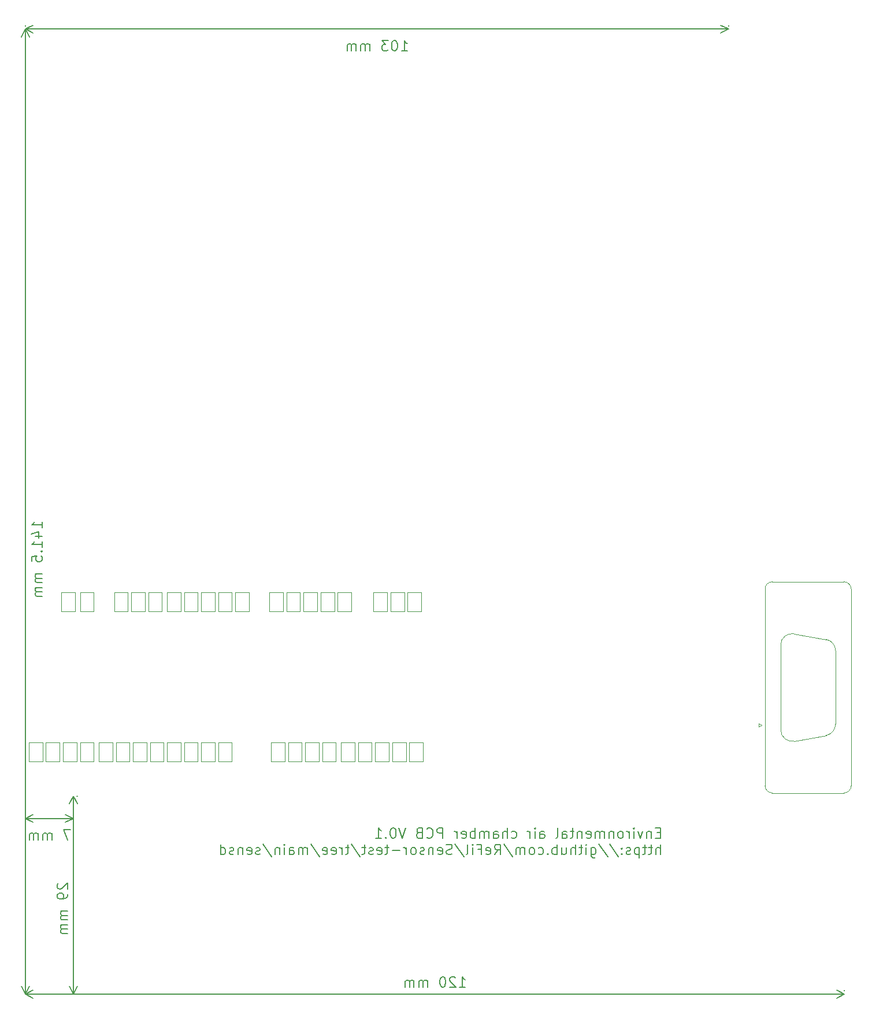
<source format=gbo>
G04 #@! TF.GenerationSoftware,KiCad,Pcbnew,8.0.1-8.0.1-0~ubuntu20.04.1*
G04 #@! TF.CreationDate,2024-06-12T16:02:42+01:00*
G04 #@! TF.ProjectId,sensd,73656e73-642e-46b6-9963-61645f706362,rev?*
G04 #@! TF.SameCoordinates,Original*
G04 #@! TF.FileFunction,Legend,Bot*
G04 #@! TF.FilePolarity,Positive*
%FSLAX46Y46*%
G04 Gerber Fmt 4.6, Leading zero omitted, Abs format (unit mm)*
G04 Created by KiCad (PCBNEW 8.0.1-8.0.1-0~ubuntu20.04.1) date 2024-06-12 16:02:42*
%MOMM*%
%LPD*%
G01*
G04 APERTURE LIST*
%ADD10C,0.200000*%
%ADD11C,0.120000*%
G04 APERTURE END LIST*
D10*
X126011279Y-165855398D02*
X125511279Y-165855398D01*
X125296993Y-166641112D02*
X126011279Y-166641112D01*
X126011279Y-166641112D02*
X126011279Y-165141112D01*
X126011279Y-165141112D02*
X125296993Y-165141112D01*
X124654136Y-165641112D02*
X124654136Y-166641112D01*
X124654136Y-165783969D02*
X124582707Y-165712541D01*
X124582707Y-165712541D02*
X124439850Y-165641112D01*
X124439850Y-165641112D02*
X124225564Y-165641112D01*
X124225564Y-165641112D02*
X124082707Y-165712541D01*
X124082707Y-165712541D02*
X124011279Y-165855398D01*
X124011279Y-165855398D02*
X124011279Y-166641112D01*
X123439850Y-165641112D02*
X123082707Y-166641112D01*
X123082707Y-166641112D02*
X122725564Y-165641112D01*
X122154136Y-166641112D02*
X122154136Y-165641112D01*
X122154136Y-165141112D02*
X122225564Y-165212541D01*
X122225564Y-165212541D02*
X122154136Y-165283969D01*
X122154136Y-165283969D02*
X122082707Y-165212541D01*
X122082707Y-165212541D02*
X122154136Y-165141112D01*
X122154136Y-165141112D02*
X122154136Y-165283969D01*
X121439850Y-166641112D02*
X121439850Y-165641112D01*
X121439850Y-165926826D02*
X121368421Y-165783969D01*
X121368421Y-165783969D02*
X121296993Y-165712541D01*
X121296993Y-165712541D02*
X121154135Y-165641112D01*
X121154135Y-165641112D02*
X121011278Y-165641112D01*
X120296993Y-166641112D02*
X120439850Y-166569684D01*
X120439850Y-166569684D02*
X120511279Y-166498255D01*
X120511279Y-166498255D02*
X120582707Y-166355398D01*
X120582707Y-166355398D02*
X120582707Y-165926826D01*
X120582707Y-165926826D02*
X120511279Y-165783969D01*
X120511279Y-165783969D02*
X120439850Y-165712541D01*
X120439850Y-165712541D02*
X120296993Y-165641112D01*
X120296993Y-165641112D02*
X120082707Y-165641112D01*
X120082707Y-165641112D02*
X119939850Y-165712541D01*
X119939850Y-165712541D02*
X119868422Y-165783969D01*
X119868422Y-165783969D02*
X119796993Y-165926826D01*
X119796993Y-165926826D02*
X119796993Y-166355398D01*
X119796993Y-166355398D02*
X119868422Y-166498255D01*
X119868422Y-166498255D02*
X119939850Y-166569684D01*
X119939850Y-166569684D02*
X120082707Y-166641112D01*
X120082707Y-166641112D02*
X120296993Y-166641112D01*
X119154136Y-165641112D02*
X119154136Y-166641112D01*
X119154136Y-165783969D02*
X119082707Y-165712541D01*
X119082707Y-165712541D02*
X118939850Y-165641112D01*
X118939850Y-165641112D02*
X118725564Y-165641112D01*
X118725564Y-165641112D02*
X118582707Y-165712541D01*
X118582707Y-165712541D02*
X118511279Y-165855398D01*
X118511279Y-165855398D02*
X118511279Y-166641112D01*
X117796993Y-166641112D02*
X117796993Y-165641112D01*
X117796993Y-165783969D02*
X117725564Y-165712541D01*
X117725564Y-165712541D02*
X117582707Y-165641112D01*
X117582707Y-165641112D02*
X117368421Y-165641112D01*
X117368421Y-165641112D02*
X117225564Y-165712541D01*
X117225564Y-165712541D02*
X117154136Y-165855398D01*
X117154136Y-165855398D02*
X117154136Y-166641112D01*
X117154136Y-165855398D02*
X117082707Y-165712541D01*
X117082707Y-165712541D02*
X116939850Y-165641112D01*
X116939850Y-165641112D02*
X116725564Y-165641112D01*
X116725564Y-165641112D02*
X116582707Y-165712541D01*
X116582707Y-165712541D02*
X116511278Y-165855398D01*
X116511278Y-165855398D02*
X116511278Y-166641112D01*
X115225564Y-166569684D02*
X115368421Y-166641112D01*
X115368421Y-166641112D02*
X115654136Y-166641112D01*
X115654136Y-166641112D02*
X115796993Y-166569684D01*
X115796993Y-166569684D02*
X115868421Y-166426826D01*
X115868421Y-166426826D02*
X115868421Y-165855398D01*
X115868421Y-165855398D02*
X115796993Y-165712541D01*
X115796993Y-165712541D02*
X115654136Y-165641112D01*
X115654136Y-165641112D02*
X115368421Y-165641112D01*
X115368421Y-165641112D02*
X115225564Y-165712541D01*
X115225564Y-165712541D02*
X115154136Y-165855398D01*
X115154136Y-165855398D02*
X115154136Y-165998255D01*
X115154136Y-165998255D02*
X115868421Y-166141112D01*
X114511279Y-165641112D02*
X114511279Y-166641112D01*
X114511279Y-165783969D02*
X114439850Y-165712541D01*
X114439850Y-165712541D02*
X114296993Y-165641112D01*
X114296993Y-165641112D02*
X114082707Y-165641112D01*
X114082707Y-165641112D02*
X113939850Y-165712541D01*
X113939850Y-165712541D02*
X113868422Y-165855398D01*
X113868422Y-165855398D02*
X113868422Y-166641112D01*
X113368421Y-165641112D02*
X112796993Y-165641112D01*
X113154136Y-165141112D02*
X113154136Y-166426826D01*
X113154136Y-166426826D02*
X113082707Y-166569684D01*
X113082707Y-166569684D02*
X112939850Y-166641112D01*
X112939850Y-166641112D02*
X112796993Y-166641112D01*
X111654136Y-166641112D02*
X111654136Y-165855398D01*
X111654136Y-165855398D02*
X111725564Y-165712541D01*
X111725564Y-165712541D02*
X111868421Y-165641112D01*
X111868421Y-165641112D02*
X112154136Y-165641112D01*
X112154136Y-165641112D02*
X112296993Y-165712541D01*
X111654136Y-166569684D02*
X111796993Y-166641112D01*
X111796993Y-166641112D02*
X112154136Y-166641112D01*
X112154136Y-166641112D02*
X112296993Y-166569684D01*
X112296993Y-166569684D02*
X112368421Y-166426826D01*
X112368421Y-166426826D02*
X112368421Y-166283969D01*
X112368421Y-166283969D02*
X112296993Y-166141112D01*
X112296993Y-166141112D02*
X112154136Y-166069684D01*
X112154136Y-166069684D02*
X111796993Y-166069684D01*
X111796993Y-166069684D02*
X111654136Y-165998255D01*
X110725564Y-166641112D02*
X110868421Y-166569684D01*
X110868421Y-166569684D02*
X110939850Y-166426826D01*
X110939850Y-166426826D02*
X110939850Y-165141112D01*
X108368422Y-166641112D02*
X108368422Y-165855398D01*
X108368422Y-165855398D02*
X108439850Y-165712541D01*
X108439850Y-165712541D02*
X108582707Y-165641112D01*
X108582707Y-165641112D02*
X108868422Y-165641112D01*
X108868422Y-165641112D02*
X109011279Y-165712541D01*
X108368422Y-166569684D02*
X108511279Y-166641112D01*
X108511279Y-166641112D02*
X108868422Y-166641112D01*
X108868422Y-166641112D02*
X109011279Y-166569684D01*
X109011279Y-166569684D02*
X109082707Y-166426826D01*
X109082707Y-166426826D02*
X109082707Y-166283969D01*
X109082707Y-166283969D02*
X109011279Y-166141112D01*
X109011279Y-166141112D02*
X108868422Y-166069684D01*
X108868422Y-166069684D02*
X108511279Y-166069684D01*
X108511279Y-166069684D02*
X108368422Y-165998255D01*
X107654136Y-166641112D02*
X107654136Y-165641112D01*
X107654136Y-165141112D02*
X107725564Y-165212541D01*
X107725564Y-165212541D02*
X107654136Y-165283969D01*
X107654136Y-165283969D02*
X107582707Y-165212541D01*
X107582707Y-165212541D02*
X107654136Y-165141112D01*
X107654136Y-165141112D02*
X107654136Y-165283969D01*
X106939850Y-166641112D02*
X106939850Y-165641112D01*
X106939850Y-165926826D02*
X106868421Y-165783969D01*
X106868421Y-165783969D02*
X106796993Y-165712541D01*
X106796993Y-165712541D02*
X106654135Y-165641112D01*
X106654135Y-165641112D02*
X106511278Y-165641112D01*
X104225565Y-166569684D02*
X104368422Y-166641112D01*
X104368422Y-166641112D02*
X104654136Y-166641112D01*
X104654136Y-166641112D02*
X104796993Y-166569684D01*
X104796993Y-166569684D02*
X104868422Y-166498255D01*
X104868422Y-166498255D02*
X104939850Y-166355398D01*
X104939850Y-166355398D02*
X104939850Y-165926826D01*
X104939850Y-165926826D02*
X104868422Y-165783969D01*
X104868422Y-165783969D02*
X104796993Y-165712541D01*
X104796993Y-165712541D02*
X104654136Y-165641112D01*
X104654136Y-165641112D02*
X104368422Y-165641112D01*
X104368422Y-165641112D02*
X104225565Y-165712541D01*
X103582708Y-166641112D02*
X103582708Y-165141112D01*
X102939851Y-166641112D02*
X102939851Y-165855398D01*
X102939851Y-165855398D02*
X103011279Y-165712541D01*
X103011279Y-165712541D02*
X103154136Y-165641112D01*
X103154136Y-165641112D02*
X103368422Y-165641112D01*
X103368422Y-165641112D02*
X103511279Y-165712541D01*
X103511279Y-165712541D02*
X103582708Y-165783969D01*
X101582708Y-166641112D02*
X101582708Y-165855398D01*
X101582708Y-165855398D02*
X101654136Y-165712541D01*
X101654136Y-165712541D02*
X101796993Y-165641112D01*
X101796993Y-165641112D02*
X102082708Y-165641112D01*
X102082708Y-165641112D02*
X102225565Y-165712541D01*
X101582708Y-166569684D02*
X101725565Y-166641112D01*
X101725565Y-166641112D02*
X102082708Y-166641112D01*
X102082708Y-166641112D02*
X102225565Y-166569684D01*
X102225565Y-166569684D02*
X102296993Y-166426826D01*
X102296993Y-166426826D02*
X102296993Y-166283969D01*
X102296993Y-166283969D02*
X102225565Y-166141112D01*
X102225565Y-166141112D02*
X102082708Y-166069684D01*
X102082708Y-166069684D02*
X101725565Y-166069684D01*
X101725565Y-166069684D02*
X101582708Y-165998255D01*
X100868422Y-166641112D02*
X100868422Y-165641112D01*
X100868422Y-165783969D02*
X100796993Y-165712541D01*
X100796993Y-165712541D02*
X100654136Y-165641112D01*
X100654136Y-165641112D02*
X100439850Y-165641112D01*
X100439850Y-165641112D02*
X100296993Y-165712541D01*
X100296993Y-165712541D02*
X100225565Y-165855398D01*
X100225565Y-165855398D02*
X100225565Y-166641112D01*
X100225565Y-165855398D02*
X100154136Y-165712541D01*
X100154136Y-165712541D02*
X100011279Y-165641112D01*
X100011279Y-165641112D02*
X99796993Y-165641112D01*
X99796993Y-165641112D02*
X99654136Y-165712541D01*
X99654136Y-165712541D02*
X99582707Y-165855398D01*
X99582707Y-165855398D02*
X99582707Y-166641112D01*
X98868422Y-166641112D02*
X98868422Y-165141112D01*
X98868422Y-165712541D02*
X98725565Y-165641112D01*
X98725565Y-165641112D02*
X98439850Y-165641112D01*
X98439850Y-165641112D02*
X98296993Y-165712541D01*
X98296993Y-165712541D02*
X98225565Y-165783969D01*
X98225565Y-165783969D02*
X98154136Y-165926826D01*
X98154136Y-165926826D02*
X98154136Y-166355398D01*
X98154136Y-166355398D02*
X98225565Y-166498255D01*
X98225565Y-166498255D02*
X98296993Y-166569684D01*
X98296993Y-166569684D02*
X98439850Y-166641112D01*
X98439850Y-166641112D02*
X98725565Y-166641112D01*
X98725565Y-166641112D02*
X98868422Y-166569684D01*
X96939850Y-166569684D02*
X97082707Y-166641112D01*
X97082707Y-166641112D02*
X97368422Y-166641112D01*
X97368422Y-166641112D02*
X97511279Y-166569684D01*
X97511279Y-166569684D02*
X97582707Y-166426826D01*
X97582707Y-166426826D02*
X97582707Y-165855398D01*
X97582707Y-165855398D02*
X97511279Y-165712541D01*
X97511279Y-165712541D02*
X97368422Y-165641112D01*
X97368422Y-165641112D02*
X97082707Y-165641112D01*
X97082707Y-165641112D02*
X96939850Y-165712541D01*
X96939850Y-165712541D02*
X96868422Y-165855398D01*
X96868422Y-165855398D02*
X96868422Y-165998255D01*
X96868422Y-165998255D02*
X97582707Y-166141112D01*
X96225565Y-166641112D02*
X96225565Y-165641112D01*
X96225565Y-165926826D02*
X96154136Y-165783969D01*
X96154136Y-165783969D02*
X96082708Y-165712541D01*
X96082708Y-165712541D02*
X95939850Y-165641112D01*
X95939850Y-165641112D02*
X95796993Y-165641112D01*
X94154137Y-166641112D02*
X94154137Y-165141112D01*
X94154137Y-165141112D02*
X93582708Y-165141112D01*
X93582708Y-165141112D02*
X93439851Y-165212541D01*
X93439851Y-165212541D02*
X93368422Y-165283969D01*
X93368422Y-165283969D02*
X93296994Y-165426826D01*
X93296994Y-165426826D02*
X93296994Y-165641112D01*
X93296994Y-165641112D02*
X93368422Y-165783969D01*
X93368422Y-165783969D02*
X93439851Y-165855398D01*
X93439851Y-165855398D02*
X93582708Y-165926826D01*
X93582708Y-165926826D02*
X94154137Y-165926826D01*
X91796994Y-166498255D02*
X91868422Y-166569684D01*
X91868422Y-166569684D02*
X92082708Y-166641112D01*
X92082708Y-166641112D02*
X92225565Y-166641112D01*
X92225565Y-166641112D02*
X92439851Y-166569684D01*
X92439851Y-166569684D02*
X92582708Y-166426826D01*
X92582708Y-166426826D02*
X92654137Y-166283969D01*
X92654137Y-166283969D02*
X92725565Y-165998255D01*
X92725565Y-165998255D02*
X92725565Y-165783969D01*
X92725565Y-165783969D02*
X92654137Y-165498255D01*
X92654137Y-165498255D02*
X92582708Y-165355398D01*
X92582708Y-165355398D02*
X92439851Y-165212541D01*
X92439851Y-165212541D02*
X92225565Y-165141112D01*
X92225565Y-165141112D02*
X92082708Y-165141112D01*
X92082708Y-165141112D02*
X91868422Y-165212541D01*
X91868422Y-165212541D02*
X91796994Y-165283969D01*
X90654137Y-165855398D02*
X90439851Y-165926826D01*
X90439851Y-165926826D02*
X90368422Y-165998255D01*
X90368422Y-165998255D02*
X90296994Y-166141112D01*
X90296994Y-166141112D02*
X90296994Y-166355398D01*
X90296994Y-166355398D02*
X90368422Y-166498255D01*
X90368422Y-166498255D02*
X90439851Y-166569684D01*
X90439851Y-166569684D02*
X90582708Y-166641112D01*
X90582708Y-166641112D02*
X91154137Y-166641112D01*
X91154137Y-166641112D02*
X91154137Y-165141112D01*
X91154137Y-165141112D02*
X90654137Y-165141112D01*
X90654137Y-165141112D02*
X90511280Y-165212541D01*
X90511280Y-165212541D02*
X90439851Y-165283969D01*
X90439851Y-165283969D02*
X90368422Y-165426826D01*
X90368422Y-165426826D02*
X90368422Y-165569684D01*
X90368422Y-165569684D02*
X90439851Y-165712541D01*
X90439851Y-165712541D02*
X90511280Y-165783969D01*
X90511280Y-165783969D02*
X90654137Y-165855398D01*
X90654137Y-165855398D02*
X91154137Y-165855398D01*
X88725565Y-165141112D02*
X88225565Y-166641112D01*
X88225565Y-166641112D02*
X87725565Y-165141112D01*
X86939851Y-165141112D02*
X86796994Y-165141112D01*
X86796994Y-165141112D02*
X86654137Y-165212541D01*
X86654137Y-165212541D02*
X86582709Y-165283969D01*
X86582709Y-165283969D02*
X86511280Y-165426826D01*
X86511280Y-165426826D02*
X86439851Y-165712541D01*
X86439851Y-165712541D02*
X86439851Y-166069684D01*
X86439851Y-166069684D02*
X86511280Y-166355398D01*
X86511280Y-166355398D02*
X86582709Y-166498255D01*
X86582709Y-166498255D02*
X86654137Y-166569684D01*
X86654137Y-166569684D02*
X86796994Y-166641112D01*
X86796994Y-166641112D02*
X86939851Y-166641112D01*
X86939851Y-166641112D02*
X87082709Y-166569684D01*
X87082709Y-166569684D02*
X87154137Y-166498255D01*
X87154137Y-166498255D02*
X87225566Y-166355398D01*
X87225566Y-166355398D02*
X87296994Y-166069684D01*
X87296994Y-166069684D02*
X87296994Y-165712541D01*
X87296994Y-165712541D02*
X87225566Y-165426826D01*
X87225566Y-165426826D02*
X87154137Y-165283969D01*
X87154137Y-165283969D02*
X87082709Y-165212541D01*
X87082709Y-165212541D02*
X86939851Y-165141112D01*
X85796995Y-166498255D02*
X85725566Y-166569684D01*
X85725566Y-166569684D02*
X85796995Y-166641112D01*
X85796995Y-166641112D02*
X85868423Y-166569684D01*
X85868423Y-166569684D02*
X85796995Y-166498255D01*
X85796995Y-166498255D02*
X85796995Y-166641112D01*
X84296994Y-166641112D02*
X85154137Y-166641112D01*
X84725566Y-166641112D02*
X84725566Y-165141112D01*
X84725566Y-165141112D02*
X84868423Y-165355398D01*
X84868423Y-165355398D02*
X85011280Y-165498255D01*
X85011280Y-165498255D02*
X85154137Y-165569684D01*
X126011279Y-169056028D02*
X126011279Y-167556028D01*
X125368422Y-169056028D02*
X125368422Y-168270314D01*
X125368422Y-168270314D02*
X125439850Y-168127457D01*
X125439850Y-168127457D02*
X125582707Y-168056028D01*
X125582707Y-168056028D02*
X125796993Y-168056028D01*
X125796993Y-168056028D02*
X125939850Y-168127457D01*
X125939850Y-168127457D02*
X126011279Y-168198885D01*
X124868421Y-168056028D02*
X124296993Y-168056028D01*
X124654136Y-167556028D02*
X124654136Y-168841742D01*
X124654136Y-168841742D02*
X124582707Y-168984600D01*
X124582707Y-168984600D02*
X124439850Y-169056028D01*
X124439850Y-169056028D02*
X124296993Y-169056028D01*
X124011278Y-168056028D02*
X123439850Y-168056028D01*
X123796993Y-167556028D02*
X123796993Y-168841742D01*
X123796993Y-168841742D02*
X123725564Y-168984600D01*
X123725564Y-168984600D02*
X123582707Y-169056028D01*
X123582707Y-169056028D02*
X123439850Y-169056028D01*
X122939850Y-168056028D02*
X122939850Y-169556028D01*
X122939850Y-168127457D02*
X122796993Y-168056028D01*
X122796993Y-168056028D02*
X122511278Y-168056028D01*
X122511278Y-168056028D02*
X122368421Y-168127457D01*
X122368421Y-168127457D02*
X122296993Y-168198885D01*
X122296993Y-168198885D02*
X122225564Y-168341742D01*
X122225564Y-168341742D02*
X122225564Y-168770314D01*
X122225564Y-168770314D02*
X122296993Y-168913171D01*
X122296993Y-168913171D02*
X122368421Y-168984600D01*
X122368421Y-168984600D02*
X122511278Y-169056028D01*
X122511278Y-169056028D02*
X122796993Y-169056028D01*
X122796993Y-169056028D02*
X122939850Y-168984600D01*
X121654135Y-168984600D02*
X121511278Y-169056028D01*
X121511278Y-169056028D02*
X121225564Y-169056028D01*
X121225564Y-169056028D02*
X121082707Y-168984600D01*
X121082707Y-168984600D02*
X121011278Y-168841742D01*
X121011278Y-168841742D02*
X121011278Y-168770314D01*
X121011278Y-168770314D02*
X121082707Y-168627457D01*
X121082707Y-168627457D02*
X121225564Y-168556028D01*
X121225564Y-168556028D02*
X121439850Y-168556028D01*
X121439850Y-168556028D02*
X121582707Y-168484600D01*
X121582707Y-168484600D02*
X121654135Y-168341742D01*
X121654135Y-168341742D02*
X121654135Y-168270314D01*
X121654135Y-168270314D02*
X121582707Y-168127457D01*
X121582707Y-168127457D02*
X121439850Y-168056028D01*
X121439850Y-168056028D02*
X121225564Y-168056028D01*
X121225564Y-168056028D02*
X121082707Y-168127457D01*
X120368421Y-168913171D02*
X120296992Y-168984600D01*
X120296992Y-168984600D02*
X120368421Y-169056028D01*
X120368421Y-169056028D02*
X120439849Y-168984600D01*
X120439849Y-168984600D02*
X120368421Y-168913171D01*
X120368421Y-168913171D02*
X120368421Y-169056028D01*
X120368421Y-168127457D02*
X120296992Y-168198885D01*
X120296992Y-168198885D02*
X120368421Y-168270314D01*
X120368421Y-168270314D02*
X120439849Y-168198885D01*
X120439849Y-168198885D02*
X120368421Y-168127457D01*
X120368421Y-168127457D02*
X120368421Y-168270314D01*
X118582706Y-167484600D02*
X119868420Y-169413171D01*
X117011277Y-167484600D02*
X118296991Y-169413171D01*
X115868420Y-168056028D02*
X115868420Y-169270314D01*
X115868420Y-169270314D02*
X115939848Y-169413171D01*
X115939848Y-169413171D02*
X116011277Y-169484600D01*
X116011277Y-169484600D02*
X116154134Y-169556028D01*
X116154134Y-169556028D02*
X116368420Y-169556028D01*
X116368420Y-169556028D02*
X116511277Y-169484600D01*
X115868420Y-168984600D02*
X116011277Y-169056028D01*
X116011277Y-169056028D02*
X116296991Y-169056028D01*
X116296991Y-169056028D02*
X116439848Y-168984600D01*
X116439848Y-168984600D02*
X116511277Y-168913171D01*
X116511277Y-168913171D02*
X116582705Y-168770314D01*
X116582705Y-168770314D02*
X116582705Y-168341742D01*
X116582705Y-168341742D02*
X116511277Y-168198885D01*
X116511277Y-168198885D02*
X116439848Y-168127457D01*
X116439848Y-168127457D02*
X116296991Y-168056028D01*
X116296991Y-168056028D02*
X116011277Y-168056028D01*
X116011277Y-168056028D02*
X115868420Y-168127457D01*
X115154134Y-169056028D02*
X115154134Y-168056028D01*
X115154134Y-167556028D02*
X115225562Y-167627457D01*
X115225562Y-167627457D02*
X115154134Y-167698885D01*
X115154134Y-167698885D02*
X115082705Y-167627457D01*
X115082705Y-167627457D02*
X115154134Y-167556028D01*
X115154134Y-167556028D02*
X115154134Y-167698885D01*
X114654133Y-168056028D02*
X114082705Y-168056028D01*
X114439848Y-167556028D02*
X114439848Y-168841742D01*
X114439848Y-168841742D02*
X114368419Y-168984600D01*
X114368419Y-168984600D02*
X114225562Y-169056028D01*
X114225562Y-169056028D02*
X114082705Y-169056028D01*
X113582705Y-169056028D02*
X113582705Y-167556028D01*
X112939848Y-169056028D02*
X112939848Y-168270314D01*
X112939848Y-168270314D02*
X113011276Y-168127457D01*
X113011276Y-168127457D02*
X113154133Y-168056028D01*
X113154133Y-168056028D02*
X113368419Y-168056028D01*
X113368419Y-168056028D02*
X113511276Y-168127457D01*
X113511276Y-168127457D02*
X113582705Y-168198885D01*
X111582705Y-168056028D02*
X111582705Y-169056028D01*
X112225562Y-168056028D02*
X112225562Y-168841742D01*
X112225562Y-168841742D02*
X112154133Y-168984600D01*
X112154133Y-168984600D02*
X112011276Y-169056028D01*
X112011276Y-169056028D02*
X111796990Y-169056028D01*
X111796990Y-169056028D02*
X111654133Y-168984600D01*
X111654133Y-168984600D02*
X111582705Y-168913171D01*
X110868419Y-169056028D02*
X110868419Y-167556028D01*
X110868419Y-168127457D02*
X110725562Y-168056028D01*
X110725562Y-168056028D02*
X110439847Y-168056028D01*
X110439847Y-168056028D02*
X110296990Y-168127457D01*
X110296990Y-168127457D02*
X110225562Y-168198885D01*
X110225562Y-168198885D02*
X110154133Y-168341742D01*
X110154133Y-168341742D02*
X110154133Y-168770314D01*
X110154133Y-168770314D02*
X110225562Y-168913171D01*
X110225562Y-168913171D02*
X110296990Y-168984600D01*
X110296990Y-168984600D02*
X110439847Y-169056028D01*
X110439847Y-169056028D02*
X110725562Y-169056028D01*
X110725562Y-169056028D02*
X110868419Y-168984600D01*
X109511276Y-168913171D02*
X109439847Y-168984600D01*
X109439847Y-168984600D02*
X109511276Y-169056028D01*
X109511276Y-169056028D02*
X109582704Y-168984600D01*
X109582704Y-168984600D02*
X109511276Y-168913171D01*
X109511276Y-168913171D02*
X109511276Y-169056028D01*
X108154133Y-168984600D02*
X108296990Y-169056028D01*
X108296990Y-169056028D02*
X108582704Y-169056028D01*
X108582704Y-169056028D02*
X108725561Y-168984600D01*
X108725561Y-168984600D02*
X108796990Y-168913171D01*
X108796990Y-168913171D02*
X108868418Y-168770314D01*
X108868418Y-168770314D02*
X108868418Y-168341742D01*
X108868418Y-168341742D02*
X108796990Y-168198885D01*
X108796990Y-168198885D02*
X108725561Y-168127457D01*
X108725561Y-168127457D02*
X108582704Y-168056028D01*
X108582704Y-168056028D02*
X108296990Y-168056028D01*
X108296990Y-168056028D02*
X108154133Y-168127457D01*
X107296990Y-169056028D02*
X107439847Y-168984600D01*
X107439847Y-168984600D02*
X107511276Y-168913171D01*
X107511276Y-168913171D02*
X107582704Y-168770314D01*
X107582704Y-168770314D02*
X107582704Y-168341742D01*
X107582704Y-168341742D02*
X107511276Y-168198885D01*
X107511276Y-168198885D02*
X107439847Y-168127457D01*
X107439847Y-168127457D02*
X107296990Y-168056028D01*
X107296990Y-168056028D02*
X107082704Y-168056028D01*
X107082704Y-168056028D02*
X106939847Y-168127457D01*
X106939847Y-168127457D02*
X106868419Y-168198885D01*
X106868419Y-168198885D02*
X106796990Y-168341742D01*
X106796990Y-168341742D02*
X106796990Y-168770314D01*
X106796990Y-168770314D02*
X106868419Y-168913171D01*
X106868419Y-168913171D02*
X106939847Y-168984600D01*
X106939847Y-168984600D02*
X107082704Y-169056028D01*
X107082704Y-169056028D02*
X107296990Y-169056028D01*
X106154133Y-169056028D02*
X106154133Y-168056028D01*
X106154133Y-168198885D02*
X106082704Y-168127457D01*
X106082704Y-168127457D02*
X105939847Y-168056028D01*
X105939847Y-168056028D02*
X105725561Y-168056028D01*
X105725561Y-168056028D02*
X105582704Y-168127457D01*
X105582704Y-168127457D02*
X105511276Y-168270314D01*
X105511276Y-168270314D02*
X105511276Y-169056028D01*
X105511276Y-168270314D02*
X105439847Y-168127457D01*
X105439847Y-168127457D02*
X105296990Y-168056028D01*
X105296990Y-168056028D02*
X105082704Y-168056028D01*
X105082704Y-168056028D02*
X104939847Y-168127457D01*
X104939847Y-168127457D02*
X104868418Y-168270314D01*
X104868418Y-168270314D02*
X104868418Y-169056028D01*
X103082704Y-167484600D02*
X104368418Y-169413171D01*
X101725561Y-169056028D02*
X102225561Y-168341742D01*
X102582704Y-169056028D02*
X102582704Y-167556028D01*
X102582704Y-167556028D02*
X102011275Y-167556028D01*
X102011275Y-167556028D02*
X101868418Y-167627457D01*
X101868418Y-167627457D02*
X101796989Y-167698885D01*
X101796989Y-167698885D02*
X101725561Y-167841742D01*
X101725561Y-167841742D02*
X101725561Y-168056028D01*
X101725561Y-168056028D02*
X101796989Y-168198885D01*
X101796989Y-168198885D02*
X101868418Y-168270314D01*
X101868418Y-168270314D02*
X102011275Y-168341742D01*
X102011275Y-168341742D02*
X102582704Y-168341742D01*
X100511275Y-168984600D02*
X100654132Y-169056028D01*
X100654132Y-169056028D02*
X100939847Y-169056028D01*
X100939847Y-169056028D02*
X101082704Y-168984600D01*
X101082704Y-168984600D02*
X101154132Y-168841742D01*
X101154132Y-168841742D02*
X101154132Y-168270314D01*
X101154132Y-168270314D02*
X101082704Y-168127457D01*
X101082704Y-168127457D02*
X100939847Y-168056028D01*
X100939847Y-168056028D02*
X100654132Y-168056028D01*
X100654132Y-168056028D02*
X100511275Y-168127457D01*
X100511275Y-168127457D02*
X100439847Y-168270314D01*
X100439847Y-168270314D02*
X100439847Y-168413171D01*
X100439847Y-168413171D02*
X101154132Y-168556028D01*
X99296990Y-168270314D02*
X99796990Y-168270314D01*
X99796990Y-169056028D02*
X99796990Y-167556028D01*
X99796990Y-167556028D02*
X99082704Y-167556028D01*
X98511276Y-169056028D02*
X98511276Y-168056028D01*
X98511276Y-167556028D02*
X98582704Y-167627457D01*
X98582704Y-167627457D02*
X98511276Y-167698885D01*
X98511276Y-167698885D02*
X98439847Y-167627457D01*
X98439847Y-167627457D02*
X98511276Y-167556028D01*
X98511276Y-167556028D02*
X98511276Y-167698885D01*
X97582704Y-169056028D02*
X97725561Y-168984600D01*
X97725561Y-168984600D02*
X97796990Y-168841742D01*
X97796990Y-168841742D02*
X97796990Y-167556028D01*
X95939847Y-167484600D02*
X97225561Y-169413171D01*
X95511275Y-168984600D02*
X95296990Y-169056028D01*
X95296990Y-169056028D02*
X94939847Y-169056028D01*
X94939847Y-169056028D02*
X94796990Y-168984600D01*
X94796990Y-168984600D02*
X94725561Y-168913171D01*
X94725561Y-168913171D02*
X94654132Y-168770314D01*
X94654132Y-168770314D02*
X94654132Y-168627457D01*
X94654132Y-168627457D02*
X94725561Y-168484600D01*
X94725561Y-168484600D02*
X94796990Y-168413171D01*
X94796990Y-168413171D02*
X94939847Y-168341742D01*
X94939847Y-168341742D02*
X95225561Y-168270314D01*
X95225561Y-168270314D02*
X95368418Y-168198885D01*
X95368418Y-168198885D02*
X95439847Y-168127457D01*
X95439847Y-168127457D02*
X95511275Y-167984600D01*
X95511275Y-167984600D02*
X95511275Y-167841742D01*
X95511275Y-167841742D02*
X95439847Y-167698885D01*
X95439847Y-167698885D02*
X95368418Y-167627457D01*
X95368418Y-167627457D02*
X95225561Y-167556028D01*
X95225561Y-167556028D02*
X94868418Y-167556028D01*
X94868418Y-167556028D02*
X94654132Y-167627457D01*
X93439847Y-168984600D02*
X93582704Y-169056028D01*
X93582704Y-169056028D02*
X93868419Y-169056028D01*
X93868419Y-169056028D02*
X94011276Y-168984600D01*
X94011276Y-168984600D02*
X94082704Y-168841742D01*
X94082704Y-168841742D02*
X94082704Y-168270314D01*
X94082704Y-168270314D02*
X94011276Y-168127457D01*
X94011276Y-168127457D02*
X93868419Y-168056028D01*
X93868419Y-168056028D02*
X93582704Y-168056028D01*
X93582704Y-168056028D02*
X93439847Y-168127457D01*
X93439847Y-168127457D02*
X93368419Y-168270314D01*
X93368419Y-168270314D02*
X93368419Y-168413171D01*
X93368419Y-168413171D02*
X94082704Y-168556028D01*
X92725562Y-168056028D02*
X92725562Y-169056028D01*
X92725562Y-168198885D02*
X92654133Y-168127457D01*
X92654133Y-168127457D02*
X92511276Y-168056028D01*
X92511276Y-168056028D02*
X92296990Y-168056028D01*
X92296990Y-168056028D02*
X92154133Y-168127457D01*
X92154133Y-168127457D02*
X92082705Y-168270314D01*
X92082705Y-168270314D02*
X92082705Y-169056028D01*
X91439847Y-168984600D02*
X91296990Y-169056028D01*
X91296990Y-169056028D02*
X91011276Y-169056028D01*
X91011276Y-169056028D02*
X90868419Y-168984600D01*
X90868419Y-168984600D02*
X90796990Y-168841742D01*
X90796990Y-168841742D02*
X90796990Y-168770314D01*
X90796990Y-168770314D02*
X90868419Y-168627457D01*
X90868419Y-168627457D02*
X91011276Y-168556028D01*
X91011276Y-168556028D02*
X91225562Y-168556028D01*
X91225562Y-168556028D02*
X91368419Y-168484600D01*
X91368419Y-168484600D02*
X91439847Y-168341742D01*
X91439847Y-168341742D02*
X91439847Y-168270314D01*
X91439847Y-168270314D02*
X91368419Y-168127457D01*
X91368419Y-168127457D02*
X91225562Y-168056028D01*
X91225562Y-168056028D02*
X91011276Y-168056028D01*
X91011276Y-168056028D02*
X90868419Y-168127457D01*
X89939847Y-169056028D02*
X90082704Y-168984600D01*
X90082704Y-168984600D02*
X90154133Y-168913171D01*
X90154133Y-168913171D02*
X90225561Y-168770314D01*
X90225561Y-168770314D02*
X90225561Y-168341742D01*
X90225561Y-168341742D02*
X90154133Y-168198885D01*
X90154133Y-168198885D02*
X90082704Y-168127457D01*
X90082704Y-168127457D02*
X89939847Y-168056028D01*
X89939847Y-168056028D02*
X89725561Y-168056028D01*
X89725561Y-168056028D02*
X89582704Y-168127457D01*
X89582704Y-168127457D02*
X89511276Y-168198885D01*
X89511276Y-168198885D02*
X89439847Y-168341742D01*
X89439847Y-168341742D02*
X89439847Y-168770314D01*
X89439847Y-168770314D02*
X89511276Y-168913171D01*
X89511276Y-168913171D02*
X89582704Y-168984600D01*
X89582704Y-168984600D02*
X89725561Y-169056028D01*
X89725561Y-169056028D02*
X89939847Y-169056028D01*
X88796990Y-169056028D02*
X88796990Y-168056028D01*
X88796990Y-168341742D02*
X88725561Y-168198885D01*
X88725561Y-168198885D02*
X88654133Y-168127457D01*
X88654133Y-168127457D02*
X88511275Y-168056028D01*
X88511275Y-168056028D02*
X88368418Y-168056028D01*
X87868419Y-168484600D02*
X86725562Y-168484600D01*
X86225561Y-168056028D02*
X85654133Y-168056028D01*
X86011276Y-167556028D02*
X86011276Y-168841742D01*
X86011276Y-168841742D02*
X85939847Y-168984600D01*
X85939847Y-168984600D02*
X85796990Y-169056028D01*
X85796990Y-169056028D02*
X85654133Y-169056028D01*
X84582704Y-168984600D02*
X84725561Y-169056028D01*
X84725561Y-169056028D02*
X85011276Y-169056028D01*
X85011276Y-169056028D02*
X85154133Y-168984600D01*
X85154133Y-168984600D02*
X85225561Y-168841742D01*
X85225561Y-168841742D02*
X85225561Y-168270314D01*
X85225561Y-168270314D02*
X85154133Y-168127457D01*
X85154133Y-168127457D02*
X85011276Y-168056028D01*
X85011276Y-168056028D02*
X84725561Y-168056028D01*
X84725561Y-168056028D02*
X84582704Y-168127457D01*
X84582704Y-168127457D02*
X84511276Y-168270314D01*
X84511276Y-168270314D02*
X84511276Y-168413171D01*
X84511276Y-168413171D02*
X85225561Y-168556028D01*
X83939847Y-168984600D02*
X83796990Y-169056028D01*
X83796990Y-169056028D02*
X83511276Y-169056028D01*
X83511276Y-169056028D02*
X83368419Y-168984600D01*
X83368419Y-168984600D02*
X83296990Y-168841742D01*
X83296990Y-168841742D02*
X83296990Y-168770314D01*
X83296990Y-168770314D02*
X83368419Y-168627457D01*
X83368419Y-168627457D02*
X83511276Y-168556028D01*
X83511276Y-168556028D02*
X83725562Y-168556028D01*
X83725562Y-168556028D02*
X83868419Y-168484600D01*
X83868419Y-168484600D02*
X83939847Y-168341742D01*
X83939847Y-168341742D02*
X83939847Y-168270314D01*
X83939847Y-168270314D02*
X83868419Y-168127457D01*
X83868419Y-168127457D02*
X83725562Y-168056028D01*
X83725562Y-168056028D02*
X83511276Y-168056028D01*
X83511276Y-168056028D02*
X83368419Y-168127457D01*
X82868418Y-168056028D02*
X82296990Y-168056028D01*
X82654133Y-167556028D02*
X82654133Y-168841742D01*
X82654133Y-168841742D02*
X82582704Y-168984600D01*
X82582704Y-168984600D02*
X82439847Y-169056028D01*
X82439847Y-169056028D02*
X82296990Y-169056028D01*
X80725561Y-167484600D02*
X82011275Y-169413171D01*
X80439846Y-168056028D02*
X79868418Y-168056028D01*
X80225561Y-167556028D02*
X80225561Y-168841742D01*
X80225561Y-168841742D02*
X80154132Y-168984600D01*
X80154132Y-168984600D02*
X80011275Y-169056028D01*
X80011275Y-169056028D02*
X79868418Y-169056028D01*
X79368418Y-169056028D02*
X79368418Y-168056028D01*
X79368418Y-168341742D02*
X79296989Y-168198885D01*
X79296989Y-168198885D02*
X79225561Y-168127457D01*
X79225561Y-168127457D02*
X79082703Y-168056028D01*
X79082703Y-168056028D02*
X78939846Y-168056028D01*
X77868418Y-168984600D02*
X78011275Y-169056028D01*
X78011275Y-169056028D02*
X78296990Y-169056028D01*
X78296990Y-169056028D02*
X78439847Y-168984600D01*
X78439847Y-168984600D02*
X78511275Y-168841742D01*
X78511275Y-168841742D02*
X78511275Y-168270314D01*
X78511275Y-168270314D02*
X78439847Y-168127457D01*
X78439847Y-168127457D02*
X78296990Y-168056028D01*
X78296990Y-168056028D02*
X78011275Y-168056028D01*
X78011275Y-168056028D02*
X77868418Y-168127457D01*
X77868418Y-168127457D02*
X77796990Y-168270314D01*
X77796990Y-168270314D02*
X77796990Y-168413171D01*
X77796990Y-168413171D02*
X78511275Y-168556028D01*
X76582704Y-168984600D02*
X76725561Y-169056028D01*
X76725561Y-169056028D02*
X77011276Y-169056028D01*
X77011276Y-169056028D02*
X77154133Y-168984600D01*
X77154133Y-168984600D02*
X77225561Y-168841742D01*
X77225561Y-168841742D02*
X77225561Y-168270314D01*
X77225561Y-168270314D02*
X77154133Y-168127457D01*
X77154133Y-168127457D02*
X77011276Y-168056028D01*
X77011276Y-168056028D02*
X76725561Y-168056028D01*
X76725561Y-168056028D02*
X76582704Y-168127457D01*
X76582704Y-168127457D02*
X76511276Y-168270314D01*
X76511276Y-168270314D02*
X76511276Y-168413171D01*
X76511276Y-168413171D02*
X77225561Y-168556028D01*
X74796990Y-167484600D02*
X76082704Y-169413171D01*
X74296990Y-169056028D02*
X74296990Y-168056028D01*
X74296990Y-168198885D02*
X74225561Y-168127457D01*
X74225561Y-168127457D02*
X74082704Y-168056028D01*
X74082704Y-168056028D02*
X73868418Y-168056028D01*
X73868418Y-168056028D02*
X73725561Y-168127457D01*
X73725561Y-168127457D02*
X73654133Y-168270314D01*
X73654133Y-168270314D02*
X73654133Y-169056028D01*
X73654133Y-168270314D02*
X73582704Y-168127457D01*
X73582704Y-168127457D02*
X73439847Y-168056028D01*
X73439847Y-168056028D02*
X73225561Y-168056028D01*
X73225561Y-168056028D02*
X73082704Y-168127457D01*
X73082704Y-168127457D02*
X73011275Y-168270314D01*
X73011275Y-168270314D02*
X73011275Y-169056028D01*
X71654133Y-169056028D02*
X71654133Y-168270314D01*
X71654133Y-168270314D02*
X71725561Y-168127457D01*
X71725561Y-168127457D02*
X71868418Y-168056028D01*
X71868418Y-168056028D02*
X72154133Y-168056028D01*
X72154133Y-168056028D02*
X72296990Y-168127457D01*
X71654133Y-168984600D02*
X71796990Y-169056028D01*
X71796990Y-169056028D02*
X72154133Y-169056028D01*
X72154133Y-169056028D02*
X72296990Y-168984600D01*
X72296990Y-168984600D02*
X72368418Y-168841742D01*
X72368418Y-168841742D02*
X72368418Y-168698885D01*
X72368418Y-168698885D02*
X72296990Y-168556028D01*
X72296990Y-168556028D02*
X72154133Y-168484600D01*
X72154133Y-168484600D02*
X71796990Y-168484600D01*
X71796990Y-168484600D02*
X71654133Y-168413171D01*
X70939847Y-169056028D02*
X70939847Y-168056028D01*
X70939847Y-167556028D02*
X71011275Y-167627457D01*
X71011275Y-167627457D02*
X70939847Y-167698885D01*
X70939847Y-167698885D02*
X70868418Y-167627457D01*
X70868418Y-167627457D02*
X70939847Y-167556028D01*
X70939847Y-167556028D02*
X70939847Y-167698885D01*
X70225561Y-168056028D02*
X70225561Y-169056028D01*
X70225561Y-168198885D02*
X70154132Y-168127457D01*
X70154132Y-168127457D02*
X70011275Y-168056028D01*
X70011275Y-168056028D02*
X69796989Y-168056028D01*
X69796989Y-168056028D02*
X69654132Y-168127457D01*
X69654132Y-168127457D02*
X69582704Y-168270314D01*
X69582704Y-168270314D02*
X69582704Y-169056028D01*
X67796989Y-167484600D02*
X69082703Y-169413171D01*
X67368417Y-168984600D02*
X67225560Y-169056028D01*
X67225560Y-169056028D02*
X66939846Y-169056028D01*
X66939846Y-169056028D02*
X66796989Y-168984600D01*
X66796989Y-168984600D02*
X66725560Y-168841742D01*
X66725560Y-168841742D02*
X66725560Y-168770314D01*
X66725560Y-168770314D02*
X66796989Y-168627457D01*
X66796989Y-168627457D02*
X66939846Y-168556028D01*
X66939846Y-168556028D02*
X67154132Y-168556028D01*
X67154132Y-168556028D02*
X67296989Y-168484600D01*
X67296989Y-168484600D02*
X67368417Y-168341742D01*
X67368417Y-168341742D02*
X67368417Y-168270314D01*
X67368417Y-168270314D02*
X67296989Y-168127457D01*
X67296989Y-168127457D02*
X67154132Y-168056028D01*
X67154132Y-168056028D02*
X66939846Y-168056028D01*
X66939846Y-168056028D02*
X66796989Y-168127457D01*
X65511274Y-168984600D02*
X65654131Y-169056028D01*
X65654131Y-169056028D02*
X65939846Y-169056028D01*
X65939846Y-169056028D02*
X66082703Y-168984600D01*
X66082703Y-168984600D02*
X66154131Y-168841742D01*
X66154131Y-168841742D02*
X66154131Y-168270314D01*
X66154131Y-168270314D02*
X66082703Y-168127457D01*
X66082703Y-168127457D02*
X65939846Y-168056028D01*
X65939846Y-168056028D02*
X65654131Y-168056028D01*
X65654131Y-168056028D02*
X65511274Y-168127457D01*
X65511274Y-168127457D02*
X65439846Y-168270314D01*
X65439846Y-168270314D02*
X65439846Y-168413171D01*
X65439846Y-168413171D02*
X66154131Y-168556028D01*
X64796989Y-168056028D02*
X64796989Y-169056028D01*
X64796989Y-168198885D02*
X64725560Y-168127457D01*
X64725560Y-168127457D02*
X64582703Y-168056028D01*
X64582703Y-168056028D02*
X64368417Y-168056028D01*
X64368417Y-168056028D02*
X64225560Y-168127457D01*
X64225560Y-168127457D02*
X64154132Y-168270314D01*
X64154132Y-168270314D02*
X64154132Y-169056028D01*
X63511274Y-168984600D02*
X63368417Y-169056028D01*
X63368417Y-169056028D02*
X63082703Y-169056028D01*
X63082703Y-169056028D02*
X62939846Y-168984600D01*
X62939846Y-168984600D02*
X62868417Y-168841742D01*
X62868417Y-168841742D02*
X62868417Y-168770314D01*
X62868417Y-168770314D02*
X62939846Y-168627457D01*
X62939846Y-168627457D02*
X63082703Y-168556028D01*
X63082703Y-168556028D02*
X63296989Y-168556028D01*
X63296989Y-168556028D02*
X63439846Y-168484600D01*
X63439846Y-168484600D02*
X63511274Y-168341742D01*
X63511274Y-168341742D02*
X63511274Y-168270314D01*
X63511274Y-168270314D02*
X63439846Y-168127457D01*
X63439846Y-168127457D02*
X63296989Y-168056028D01*
X63296989Y-168056028D02*
X63082703Y-168056028D01*
X63082703Y-168056028D02*
X62939846Y-168127457D01*
X61582703Y-169056028D02*
X61582703Y-167556028D01*
X61582703Y-168984600D02*
X61725560Y-169056028D01*
X61725560Y-169056028D02*
X62011274Y-169056028D01*
X62011274Y-169056028D02*
X62154131Y-168984600D01*
X62154131Y-168984600D02*
X62225560Y-168913171D01*
X62225560Y-168913171D02*
X62296988Y-168770314D01*
X62296988Y-168770314D02*
X62296988Y-168341742D01*
X62296988Y-168341742D02*
X62225560Y-168198885D01*
X62225560Y-168198885D02*
X62154131Y-168127457D01*
X62154131Y-168127457D02*
X62011274Y-168056028D01*
X62011274Y-168056028D02*
X61725560Y-168056028D01*
X61725560Y-168056028D02*
X61582703Y-168127457D01*
X88071427Y-51183528D02*
X88928570Y-51183528D01*
X88499999Y-51183528D02*
X88499999Y-49683528D01*
X88499999Y-49683528D02*
X88642856Y-49897814D01*
X88642856Y-49897814D02*
X88785713Y-50040671D01*
X88785713Y-50040671D02*
X88928570Y-50112100D01*
X87142856Y-49683528D02*
X86999999Y-49683528D01*
X86999999Y-49683528D02*
X86857142Y-49754957D01*
X86857142Y-49754957D02*
X86785714Y-49826385D01*
X86785714Y-49826385D02*
X86714285Y-49969242D01*
X86714285Y-49969242D02*
X86642856Y-50254957D01*
X86642856Y-50254957D02*
X86642856Y-50612100D01*
X86642856Y-50612100D02*
X86714285Y-50897814D01*
X86714285Y-50897814D02*
X86785714Y-51040671D01*
X86785714Y-51040671D02*
X86857142Y-51112100D01*
X86857142Y-51112100D02*
X86999999Y-51183528D01*
X86999999Y-51183528D02*
X87142856Y-51183528D01*
X87142856Y-51183528D02*
X87285714Y-51112100D01*
X87285714Y-51112100D02*
X87357142Y-51040671D01*
X87357142Y-51040671D02*
X87428571Y-50897814D01*
X87428571Y-50897814D02*
X87499999Y-50612100D01*
X87499999Y-50612100D02*
X87499999Y-50254957D01*
X87499999Y-50254957D02*
X87428571Y-49969242D01*
X87428571Y-49969242D02*
X87357142Y-49826385D01*
X87357142Y-49826385D02*
X87285714Y-49754957D01*
X87285714Y-49754957D02*
X87142856Y-49683528D01*
X86142857Y-49683528D02*
X85214285Y-49683528D01*
X85214285Y-49683528D02*
X85714285Y-50254957D01*
X85714285Y-50254957D02*
X85500000Y-50254957D01*
X85500000Y-50254957D02*
X85357143Y-50326385D01*
X85357143Y-50326385D02*
X85285714Y-50397814D01*
X85285714Y-50397814D02*
X85214285Y-50540671D01*
X85214285Y-50540671D02*
X85214285Y-50897814D01*
X85214285Y-50897814D02*
X85285714Y-51040671D01*
X85285714Y-51040671D02*
X85357143Y-51112100D01*
X85357143Y-51112100D02*
X85500000Y-51183528D01*
X85500000Y-51183528D02*
X85928571Y-51183528D01*
X85928571Y-51183528D02*
X86071428Y-51112100D01*
X86071428Y-51112100D02*
X86142857Y-51040671D01*
X83428572Y-51183528D02*
X83428572Y-50183528D01*
X83428572Y-50326385D02*
X83357143Y-50254957D01*
X83357143Y-50254957D02*
X83214286Y-50183528D01*
X83214286Y-50183528D02*
X83000000Y-50183528D01*
X83000000Y-50183528D02*
X82857143Y-50254957D01*
X82857143Y-50254957D02*
X82785715Y-50397814D01*
X82785715Y-50397814D02*
X82785715Y-51183528D01*
X82785715Y-50397814D02*
X82714286Y-50254957D01*
X82714286Y-50254957D02*
X82571429Y-50183528D01*
X82571429Y-50183528D02*
X82357143Y-50183528D01*
X82357143Y-50183528D02*
X82214286Y-50254957D01*
X82214286Y-50254957D02*
X82142857Y-50397814D01*
X82142857Y-50397814D02*
X82142857Y-51183528D01*
X81428572Y-51183528D02*
X81428572Y-50183528D01*
X81428572Y-50326385D02*
X81357143Y-50254957D01*
X81357143Y-50254957D02*
X81214286Y-50183528D01*
X81214286Y-50183528D02*
X81000000Y-50183528D01*
X81000000Y-50183528D02*
X80857143Y-50254957D01*
X80857143Y-50254957D02*
X80785715Y-50397814D01*
X80785715Y-50397814D02*
X80785715Y-51183528D01*
X80785715Y-50397814D02*
X80714286Y-50254957D01*
X80714286Y-50254957D02*
X80571429Y-50183528D01*
X80571429Y-50183528D02*
X80357143Y-50183528D01*
X80357143Y-50183528D02*
X80214286Y-50254957D01*
X80214286Y-50254957D02*
X80142857Y-50397814D01*
X80142857Y-50397814D02*
X80142857Y-51183528D01*
X33000000Y-47500000D02*
X33000000Y-47413580D01*
X136000000Y-47500000D02*
X136000000Y-47413580D01*
X33000000Y-48000000D02*
X136000000Y-48000000D01*
X33000000Y-48000000D02*
X136000000Y-48000000D01*
X33000000Y-48000000D02*
X34126504Y-47413579D01*
X33000000Y-48000000D02*
X34126504Y-48586421D01*
X136000000Y-48000000D02*
X134873496Y-48586421D01*
X136000000Y-48000000D02*
X134873496Y-47413579D01*
X39571428Y-165433528D02*
X38571428Y-165433528D01*
X38571428Y-165433528D02*
X39214285Y-166933528D01*
X36857143Y-166933528D02*
X36857143Y-165933528D01*
X36857143Y-166076385D02*
X36785714Y-166004957D01*
X36785714Y-166004957D02*
X36642857Y-165933528D01*
X36642857Y-165933528D02*
X36428571Y-165933528D01*
X36428571Y-165933528D02*
X36285714Y-166004957D01*
X36285714Y-166004957D02*
X36214286Y-166147814D01*
X36214286Y-166147814D02*
X36214286Y-166933528D01*
X36214286Y-166147814D02*
X36142857Y-166004957D01*
X36142857Y-166004957D02*
X36000000Y-165933528D01*
X36000000Y-165933528D02*
X35785714Y-165933528D01*
X35785714Y-165933528D02*
X35642857Y-166004957D01*
X35642857Y-166004957D02*
X35571428Y-166147814D01*
X35571428Y-166147814D02*
X35571428Y-166933528D01*
X34857143Y-166933528D02*
X34857143Y-165933528D01*
X34857143Y-166076385D02*
X34785714Y-166004957D01*
X34785714Y-166004957D02*
X34642857Y-165933528D01*
X34642857Y-165933528D02*
X34428571Y-165933528D01*
X34428571Y-165933528D02*
X34285714Y-166004957D01*
X34285714Y-166004957D02*
X34214286Y-166147814D01*
X34214286Y-166147814D02*
X34214286Y-166933528D01*
X34214286Y-166147814D02*
X34142857Y-166004957D01*
X34142857Y-166004957D02*
X34000000Y-165933528D01*
X34000000Y-165933528D02*
X33785714Y-165933528D01*
X33785714Y-165933528D02*
X33642857Y-166004957D01*
X33642857Y-166004957D02*
X33571428Y-166147814D01*
X33571428Y-166147814D02*
X33571428Y-166933528D01*
X40000000Y-161749999D02*
X40000000Y-164336420D01*
X33000000Y-161749999D02*
X33000000Y-164336420D01*
X40000000Y-163750000D02*
X33000000Y-163750000D01*
X40000000Y-163750000D02*
X33000000Y-163750000D01*
X40000000Y-163750000D02*
X38873496Y-164336421D01*
X40000000Y-163750000D02*
X38873496Y-163163579D01*
X33000000Y-163750000D02*
X34126504Y-163163579D01*
X33000000Y-163750000D02*
X34126504Y-164336421D01*
X96571427Y-188483528D02*
X97428570Y-188483528D01*
X96999999Y-188483528D02*
X96999999Y-186983528D01*
X96999999Y-186983528D02*
X97142856Y-187197814D01*
X97142856Y-187197814D02*
X97285713Y-187340671D01*
X97285713Y-187340671D02*
X97428570Y-187412100D01*
X95999999Y-187126385D02*
X95928571Y-187054957D01*
X95928571Y-187054957D02*
X95785714Y-186983528D01*
X95785714Y-186983528D02*
X95428571Y-186983528D01*
X95428571Y-186983528D02*
X95285714Y-187054957D01*
X95285714Y-187054957D02*
X95214285Y-187126385D01*
X95214285Y-187126385D02*
X95142856Y-187269242D01*
X95142856Y-187269242D02*
X95142856Y-187412100D01*
X95142856Y-187412100D02*
X95214285Y-187626385D01*
X95214285Y-187626385D02*
X96071428Y-188483528D01*
X96071428Y-188483528D02*
X95142856Y-188483528D01*
X94214285Y-186983528D02*
X94071428Y-186983528D01*
X94071428Y-186983528D02*
X93928571Y-187054957D01*
X93928571Y-187054957D02*
X93857143Y-187126385D01*
X93857143Y-187126385D02*
X93785714Y-187269242D01*
X93785714Y-187269242D02*
X93714285Y-187554957D01*
X93714285Y-187554957D02*
X93714285Y-187912100D01*
X93714285Y-187912100D02*
X93785714Y-188197814D01*
X93785714Y-188197814D02*
X93857143Y-188340671D01*
X93857143Y-188340671D02*
X93928571Y-188412100D01*
X93928571Y-188412100D02*
X94071428Y-188483528D01*
X94071428Y-188483528D02*
X94214285Y-188483528D01*
X94214285Y-188483528D02*
X94357143Y-188412100D01*
X94357143Y-188412100D02*
X94428571Y-188340671D01*
X94428571Y-188340671D02*
X94500000Y-188197814D01*
X94500000Y-188197814D02*
X94571428Y-187912100D01*
X94571428Y-187912100D02*
X94571428Y-187554957D01*
X94571428Y-187554957D02*
X94500000Y-187269242D01*
X94500000Y-187269242D02*
X94428571Y-187126385D01*
X94428571Y-187126385D02*
X94357143Y-187054957D01*
X94357143Y-187054957D02*
X94214285Y-186983528D01*
X91928572Y-188483528D02*
X91928572Y-187483528D01*
X91928572Y-187626385D02*
X91857143Y-187554957D01*
X91857143Y-187554957D02*
X91714286Y-187483528D01*
X91714286Y-187483528D02*
X91500000Y-187483528D01*
X91500000Y-187483528D02*
X91357143Y-187554957D01*
X91357143Y-187554957D02*
X91285715Y-187697814D01*
X91285715Y-187697814D02*
X91285715Y-188483528D01*
X91285715Y-187697814D02*
X91214286Y-187554957D01*
X91214286Y-187554957D02*
X91071429Y-187483528D01*
X91071429Y-187483528D02*
X90857143Y-187483528D01*
X90857143Y-187483528D02*
X90714286Y-187554957D01*
X90714286Y-187554957D02*
X90642857Y-187697814D01*
X90642857Y-187697814D02*
X90642857Y-188483528D01*
X89928572Y-188483528D02*
X89928572Y-187483528D01*
X89928572Y-187626385D02*
X89857143Y-187554957D01*
X89857143Y-187554957D02*
X89714286Y-187483528D01*
X89714286Y-187483528D02*
X89500000Y-187483528D01*
X89500000Y-187483528D02*
X89357143Y-187554957D01*
X89357143Y-187554957D02*
X89285715Y-187697814D01*
X89285715Y-187697814D02*
X89285715Y-188483528D01*
X89285715Y-187697814D02*
X89214286Y-187554957D01*
X89214286Y-187554957D02*
X89071429Y-187483528D01*
X89071429Y-187483528D02*
X88857143Y-187483528D01*
X88857143Y-187483528D02*
X88714286Y-187554957D01*
X88714286Y-187554957D02*
X88642857Y-187697814D01*
X88642857Y-187697814D02*
X88642857Y-188483528D01*
X33000000Y-189000000D02*
X33000000Y-188913580D01*
X153000000Y-189000000D02*
X153000000Y-188913580D01*
X33000000Y-189500000D02*
X153000000Y-189500000D01*
X33000000Y-189500000D02*
X153000000Y-189500000D01*
X33000000Y-189500000D02*
X34126504Y-188913579D01*
X33000000Y-189500000D02*
X34126504Y-190086421D01*
X153000000Y-189500000D02*
X151873496Y-190086421D01*
X153000000Y-189500000D02*
X151873496Y-188913579D01*
X37826385Y-173285715D02*
X37754957Y-173357143D01*
X37754957Y-173357143D02*
X37683528Y-173500001D01*
X37683528Y-173500001D02*
X37683528Y-173857143D01*
X37683528Y-173857143D02*
X37754957Y-174000001D01*
X37754957Y-174000001D02*
X37826385Y-174071429D01*
X37826385Y-174071429D02*
X37969242Y-174142858D01*
X37969242Y-174142858D02*
X38112100Y-174142858D01*
X38112100Y-174142858D02*
X38326385Y-174071429D01*
X38326385Y-174071429D02*
X39183528Y-173214286D01*
X39183528Y-173214286D02*
X39183528Y-174142858D01*
X39183528Y-174857143D02*
X39183528Y-175142857D01*
X39183528Y-175142857D02*
X39112100Y-175285714D01*
X39112100Y-175285714D02*
X39040671Y-175357143D01*
X39040671Y-175357143D02*
X38826385Y-175500000D01*
X38826385Y-175500000D02*
X38540671Y-175571429D01*
X38540671Y-175571429D02*
X37969242Y-175571429D01*
X37969242Y-175571429D02*
X37826385Y-175500000D01*
X37826385Y-175500000D02*
X37754957Y-175428572D01*
X37754957Y-175428572D02*
X37683528Y-175285714D01*
X37683528Y-175285714D02*
X37683528Y-175000000D01*
X37683528Y-175000000D02*
X37754957Y-174857143D01*
X37754957Y-174857143D02*
X37826385Y-174785714D01*
X37826385Y-174785714D02*
X37969242Y-174714286D01*
X37969242Y-174714286D02*
X38326385Y-174714286D01*
X38326385Y-174714286D02*
X38469242Y-174785714D01*
X38469242Y-174785714D02*
X38540671Y-174857143D01*
X38540671Y-174857143D02*
X38612100Y-175000000D01*
X38612100Y-175000000D02*
X38612100Y-175285714D01*
X38612100Y-175285714D02*
X38540671Y-175428572D01*
X38540671Y-175428572D02*
X38469242Y-175500000D01*
X38469242Y-175500000D02*
X38326385Y-175571429D01*
X39183528Y-177357142D02*
X38183528Y-177357142D01*
X38326385Y-177357142D02*
X38254957Y-177428571D01*
X38254957Y-177428571D02*
X38183528Y-177571428D01*
X38183528Y-177571428D02*
X38183528Y-177785714D01*
X38183528Y-177785714D02*
X38254957Y-177928571D01*
X38254957Y-177928571D02*
X38397814Y-178000000D01*
X38397814Y-178000000D02*
X39183528Y-178000000D01*
X38397814Y-178000000D02*
X38254957Y-178071428D01*
X38254957Y-178071428D02*
X38183528Y-178214285D01*
X38183528Y-178214285D02*
X38183528Y-178428571D01*
X38183528Y-178428571D02*
X38254957Y-178571428D01*
X38254957Y-178571428D02*
X38397814Y-178642857D01*
X38397814Y-178642857D02*
X39183528Y-178642857D01*
X39183528Y-179357142D02*
X38183528Y-179357142D01*
X38326385Y-179357142D02*
X38254957Y-179428571D01*
X38254957Y-179428571D02*
X38183528Y-179571428D01*
X38183528Y-179571428D02*
X38183528Y-179785714D01*
X38183528Y-179785714D02*
X38254957Y-179928571D01*
X38254957Y-179928571D02*
X38397814Y-180000000D01*
X38397814Y-180000000D02*
X39183528Y-180000000D01*
X38397814Y-180000000D02*
X38254957Y-180071428D01*
X38254957Y-180071428D02*
X38183528Y-180214285D01*
X38183528Y-180214285D02*
X38183528Y-180428571D01*
X38183528Y-180428571D02*
X38254957Y-180571428D01*
X38254957Y-180571428D02*
X38397814Y-180642857D01*
X38397814Y-180642857D02*
X39183528Y-180642857D01*
X40500000Y-160500000D02*
X40586420Y-160500000D01*
X40500000Y-189500000D02*
X40586420Y-189500000D01*
X40000000Y-160500000D02*
X40000000Y-189500000D01*
X40000000Y-160500000D02*
X40000000Y-189500000D01*
X40000000Y-160500000D02*
X40586421Y-161626504D01*
X40000000Y-160500000D02*
X39413579Y-161626504D01*
X40000000Y-189500000D02*
X39413579Y-188373496D01*
X40000000Y-189500000D02*
X40586421Y-188373496D01*
X35433528Y-121107144D02*
X35433528Y-120250001D01*
X35433528Y-120678572D02*
X33933528Y-120678572D01*
X33933528Y-120678572D02*
X34147814Y-120535715D01*
X34147814Y-120535715D02*
X34290671Y-120392858D01*
X34290671Y-120392858D02*
X34362100Y-120250001D01*
X34433528Y-122392858D02*
X35433528Y-122392858D01*
X33862100Y-122035715D02*
X34933528Y-121678572D01*
X34933528Y-121678572D02*
X34933528Y-122607143D01*
X35433528Y-123964286D02*
X35433528Y-123107143D01*
X35433528Y-123535714D02*
X33933528Y-123535714D01*
X33933528Y-123535714D02*
X34147814Y-123392857D01*
X34147814Y-123392857D02*
X34290671Y-123250000D01*
X34290671Y-123250000D02*
X34362100Y-123107143D01*
X35290671Y-124607142D02*
X35362100Y-124678571D01*
X35362100Y-124678571D02*
X35433528Y-124607142D01*
X35433528Y-124607142D02*
X35362100Y-124535714D01*
X35362100Y-124535714D02*
X35290671Y-124607142D01*
X35290671Y-124607142D02*
X35433528Y-124607142D01*
X33933528Y-126035714D02*
X33933528Y-125321428D01*
X33933528Y-125321428D02*
X34647814Y-125250000D01*
X34647814Y-125250000D02*
X34576385Y-125321428D01*
X34576385Y-125321428D02*
X34504957Y-125464286D01*
X34504957Y-125464286D02*
X34504957Y-125821428D01*
X34504957Y-125821428D02*
X34576385Y-125964286D01*
X34576385Y-125964286D02*
X34647814Y-126035714D01*
X34647814Y-126035714D02*
X34790671Y-126107143D01*
X34790671Y-126107143D02*
X35147814Y-126107143D01*
X35147814Y-126107143D02*
X35290671Y-126035714D01*
X35290671Y-126035714D02*
X35362100Y-125964286D01*
X35362100Y-125964286D02*
X35433528Y-125821428D01*
X35433528Y-125821428D02*
X35433528Y-125464286D01*
X35433528Y-125464286D02*
X35362100Y-125321428D01*
X35362100Y-125321428D02*
X35290671Y-125250000D01*
X35433528Y-127892856D02*
X34433528Y-127892856D01*
X34576385Y-127892856D02*
X34504957Y-127964285D01*
X34504957Y-127964285D02*
X34433528Y-128107142D01*
X34433528Y-128107142D02*
X34433528Y-128321428D01*
X34433528Y-128321428D02*
X34504957Y-128464285D01*
X34504957Y-128464285D02*
X34647814Y-128535714D01*
X34647814Y-128535714D02*
X35433528Y-128535714D01*
X34647814Y-128535714D02*
X34504957Y-128607142D01*
X34504957Y-128607142D02*
X34433528Y-128749999D01*
X34433528Y-128749999D02*
X34433528Y-128964285D01*
X34433528Y-128964285D02*
X34504957Y-129107142D01*
X34504957Y-129107142D02*
X34647814Y-129178571D01*
X34647814Y-129178571D02*
X35433528Y-129178571D01*
X35433528Y-129892856D02*
X34433528Y-129892856D01*
X34576385Y-129892856D02*
X34504957Y-129964285D01*
X34504957Y-129964285D02*
X34433528Y-130107142D01*
X34433528Y-130107142D02*
X34433528Y-130321428D01*
X34433528Y-130321428D02*
X34504957Y-130464285D01*
X34504957Y-130464285D02*
X34647814Y-130535714D01*
X34647814Y-130535714D02*
X35433528Y-130535714D01*
X34647814Y-130535714D02*
X34504957Y-130607142D01*
X34504957Y-130607142D02*
X34433528Y-130749999D01*
X34433528Y-130749999D02*
X34433528Y-130964285D01*
X34433528Y-130964285D02*
X34504957Y-131107142D01*
X34504957Y-131107142D02*
X34647814Y-131178571D01*
X34647814Y-131178571D02*
X35433528Y-131178571D01*
X33500000Y-48000000D02*
X33586420Y-48000000D01*
X33500000Y-189500000D02*
X33586420Y-189500000D01*
X33000000Y-48000000D02*
X33000000Y-189500000D01*
X33000000Y-48000000D02*
X33000000Y-189500000D01*
X33000000Y-48000000D02*
X33586421Y-49126504D01*
X33000000Y-48000000D02*
X32413579Y-49126504D01*
X33000000Y-189500000D02*
X32413579Y-188373496D01*
X33000000Y-189500000D02*
X33586421Y-188373496D01*
D11*
X38500000Y-152600000D02*
X40500000Y-152600000D01*
X38500000Y-155400000D02*
X38500000Y-152600000D01*
X40500000Y-152600000D02*
X40500000Y-155400000D01*
X40500000Y-155400000D02*
X38500000Y-155400000D01*
X51250000Y-152600000D02*
X53250000Y-152600000D01*
X51250000Y-155400000D02*
X51250000Y-152600000D01*
X53250000Y-152600000D02*
X53250000Y-155400000D01*
X53250000Y-155400000D02*
X51250000Y-155400000D01*
X89000000Y-130600000D02*
X91000000Y-130600000D01*
X89000000Y-133400000D02*
X89000000Y-130600000D01*
X91000000Y-130600000D02*
X91000000Y-133400000D01*
X91000000Y-133400000D02*
X89000000Y-133400000D01*
X61250000Y-152600000D02*
X63250000Y-152600000D01*
X61250000Y-155400000D02*
X61250000Y-152600000D01*
X63250000Y-152600000D02*
X63250000Y-155400000D01*
X63250000Y-155400000D02*
X61250000Y-155400000D01*
X86750000Y-152600000D02*
X88750000Y-152600000D01*
X86750000Y-155400000D02*
X86750000Y-152600000D01*
X88750000Y-152600000D02*
X88750000Y-155400000D01*
X88750000Y-155400000D02*
X86750000Y-155400000D01*
X46250000Y-152600000D02*
X48250000Y-152600000D01*
X46250000Y-155400000D02*
X46250000Y-152600000D01*
X48250000Y-152600000D02*
X48250000Y-155400000D01*
X48250000Y-155400000D02*
X46250000Y-155400000D01*
X79250000Y-152600000D02*
X81250000Y-152600000D01*
X79250000Y-155400000D02*
X79250000Y-152600000D01*
X81250000Y-152600000D02*
X81250000Y-155400000D01*
X81250000Y-155400000D02*
X79250000Y-155400000D01*
X56250000Y-152600000D02*
X58250000Y-152600000D01*
X56250000Y-155400000D02*
X56250000Y-152600000D01*
X58250000Y-152600000D02*
X58250000Y-155400000D01*
X58250000Y-155400000D02*
X56250000Y-155400000D01*
X69000000Y-152600000D02*
X71000000Y-152600000D01*
X69000000Y-155400000D02*
X69000000Y-152600000D01*
X71000000Y-152600000D02*
X71000000Y-155400000D01*
X71000000Y-155400000D02*
X69000000Y-155400000D01*
X84250000Y-152600000D02*
X86250000Y-152600000D01*
X84250000Y-155400000D02*
X84250000Y-152600000D01*
X86250000Y-152600000D02*
X86250000Y-155400000D01*
X86250000Y-155400000D02*
X84250000Y-155400000D01*
X58750000Y-130600000D02*
X60750000Y-130600000D01*
X58750000Y-133400000D02*
X58750000Y-130600000D01*
X60750000Y-130600000D02*
X60750000Y-133400000D01*
X60750000Y-133400000D02*
X58750000Y-133400000D01*
X86500000Y-130600000D02*
X88500000Y-130600000D01*
X86500000Y-133400000D02*
X86500000Y-130600000D01*
X88500000Y-130600000D02*
X88500000Y-133400000D01*
X88500000Y-133400000D02*
X86500000Y-133400000D01*
X53750000Y-152600000D02*
X55750000Y-152600000D01*
X53750000Y-155400000D02*
X53750000Y-152600000D01*
X55750000Y-152600000D02*
X55750000Y-155400000D01*
X55750000Y-155400000D02*
X53750000Y-155400000D01*
X89250000Y-152600000D02*
X91250000Y-152600000D01*
X89250000Y-155400000D02*
X89250000Y-152600000D01*
X91250000Y-152600000D02*
X91250000Y-155400000D01*
X91250000Y-155400000D02*
X89250000Y-155400000D01*
X48500000Y-130600000D02*
X50500000Y-130600000D01*
X48500000Y-133400000D02*
X48500000Y-130600000D01*
X50500000Y-130600000D02*
X50500000Y-133400000D01*
X50500000Y-133400000D02*
X48500000Y-133400000D01*
X78750000Y-130600000D02*
X80750000Y-130600000D01*
X78750000Y-133400000D02*
X78750000Y-130600000D01*
X80750000Y-130600000D02*
X80750000Y-133400000D01*
X80750000Y-133400000D02*
X78750000Y-133400000D01*
X48750000Y-152600000D02*
X50750000Y-152600000D01*
X48750000Y-155400000D02*
X48750000Y-152600000D01*
X50750000Y-152600000D02*
X50750000Y-155400000D01*
X50750000Y-155400000D02*
X48750000Y-155400000D01*
X58750000Y-152600000D02*
X60750000Y-152600000D01*
X58750000Y-155400000D02*
X58750000Y-152600000D01*
X60750000Y-152600000D02*
X60750000Y-155400000D01*
X60750000Y-155400000D02*
X58750000Y-155400000D01*
X43750000Y-152600000D02*
X45750000Y-152600000D01*
X43750000Y-155400000D02*
X43750000Y-152600000D01*
X45750000Y-152600000D02*
X45750000Y-155400000D01*
X45750000Y-155400000D02*
X43750000Y-155400000D01*
X51000000Y-130600000D02*
X53000000Y-130600000D01*
X51000000Y-133400000D02*
X51000000Y-130600000D01*
X53000000Y-130600000D02*
X53000000Y-133400000D01*
X53000000Y-133400000D02*
X51000000Y-133400000D01*
X46000000Y-130600000D02*
X48000000Y-130600000D01*
X46000000Y-133400000D02*
X46000000Y-130600000D01*
X48000000Y-130600000D02*
X48000000Y-133400000D01*
X48000000Y-133400000D02*
X46000000Y-133400000D01*
X84000000Y-130600000D02*
X86000000Y-130600000D01*
X84000000Y-133400000D02*
X84000000Y-130600000D01*
X86000000Y-130600000D02*
X86000000Y-133400000D01*
X86000000Y-133400000D02*
X84000000Y-133400000D01*
X81750000Y-152600000D02*
X83750000Y-152600000D01*
X81750000Y-155400000D02*
X81750000Y-152600000D01*
X83750000Y-152600000D02*
X83750000Y-155400000D01*
X83750000Y-155400000D02*
X81750000Y-155400000D01*
X76250000Y-130600000D02*
X78250000Y-130600000D01*
X76250000Y-133400000D02*
X76250000Y-130600000D01*
X78250000Y-130600000D02*
X78250000Y-133400000D01*
X78250000Y-133400000D02*
X76250000Y-133400000D01*
X140465662Y-149830000D02*
X140898675Y-150080000D01*
X140465662Y-150330000D02*
X140465662Y-149830000D01*
X140898675Y-150080000D02*
X140465662Y-150330000D01*
X141360000Y-158965000D02*
X141360000Y-130115000D01*
X142420000Y-129055000D02*
X152920000Y-129055000D01*
X143660000Y-150771689D02*
X143660000Y-138308311D01*
X150308256Y-137502267D02*
X145608256Y-136673530D01*
X150308256Y-151577733D02*
X145608256Y-152406470D01*
X151680000Y-149942952D02*
X151680000Y-139137048D01*
X152920000Y-160025000D02*
X142420000Y-160025000D01*
X153980000Y-130115000D02*
X153980000Y-158965000D01*
X141360000Y-130115000D02*
G75*
G02*
X142420000Y-129055000I1060001J-1D01*
G01*
X142420000Y-160025000D02*
G75*
G02*
X141360000Y-158965000I0J1060000D01*
G01*
X143660000Y-138308311D02*
G75*
G02*
X145608256Y-136673530I1659999J1D01*
G01*
X145608256Y-152406470D02*
G75*
G02*
X143660001Y-150771689I-288256J1634780D01*
G01*
X150308256Y-137502268D02*
G75*
G02*
X151679999Y-139137048I-288259J-1634782D01*
G01*
X151680000Y-149942952D02*
G75*
G02*
X150308256Y-151577733I-1659999J-1D01*
G01*
X152920000Y-129055000D02*
G75*
G02*
X153980000Y-130115000I-1J-1060001D01*
G01*
X153980000Y-158965000D02*
G75*
G02*
X152920000Y-160025000I-1060000J0D01*
G01*
X53750000Y-130600000D02*
X55750000Y-130600000D01*
X53750000Y-133400000D02*
X53750000Y-130600000D01*
X55750000Y-130600000D02*
X55750000Y-133400000D01*
X55750000Y-133400000D02*
X53750000Y-133400000D01*
X36000000Y-152600000D02*
X38000000Y-152600000D01*
X36000000Y-155400000D02*
X36000000Y-152600000D01*
X38000000Y-152600000D02*
X38000000Y-155400000D01*
X38000000Y-155400000D02*
X36000000Y-155400000D01*
X71250000Y-130600000D02*
X73250000Y-130600000D01*
X71250000Y-133400000D02*
X71250000Y-130600000D01*
X73250000Y-130600000D02*
X73250000Y-133400000D01*
X73250000Y-133400000D02*
X71250000Y-133400000D01*
X56250000Y-130600000D02*
X58250000Y-130600000D01*
X56250000Y-133400000D02*
X56250000Y-130600000D01*
X58250000Y-130600000D02*
X58250000Y-133400000D01*
X58250000Y-133400000D02*
X56250000Y-133400000D01*
X71500000Y-152600000D02*
X73500000Y-152600000D01*
X71500000Y-155400000D02*
X71500000Y-152600000D01*
X73500000Y-152600000D02*
X73500000Y-155400000D01*
X73500000Y-155400000D02*
X71500000Y-155400000D01*
X41000000Y-152600000D02*
X43000000Y-152600000D01*
X41000000Y-155400000D02*
X41000000Y-152600000D01*
X43000000Y-152600000D02*
X43000000Y-155400000D01*
X43000000Y-155400000D02*
X41000000Y-155400000D01*
X68750000Y-130600000D02*
X70750000Y-130600000D01*
X68750000Y-133400000D02*
X68750000Y-130600000D01*
X70750000Y-130600000D02*
X70750000Y-133400000D01*
X70750000Y-133400000D02*
X68750000Y-133400000D01*
X73750000Y-130600000D02*
X75750000Y-130600000D01*
X73750000Y-133400000D02*
X73750000Y-130600000D01*
X75750000Y-130600000D02*
X75750000Y-133400000D01*
X75750000Y-133400000D02*
X73750000Y-133400000D01*
X41000000Y-130600000D02*
X43000000Y-130600000D01*
X41000000Y-133400000D02*
X41000000Y-130600000D01*
X43000000Y-130600000D02*
X43000000Y-133400000D01*
X43000000Y-133400000D02*
X41000000Y-133400000D01*
X33500000Y-152600000D02*
X35500000Y-152600000D01*
X33500000Y-155400000D02*
X33500000Y-152600000D01*
X35500000Y-152600000D02*
X35500000Y-155400000D01*
X35500000Y-155400000D02*
X33500000Y-155400000D01*
X61250000Y-130600000D02*
X63250000Y-130600000D01*
X61250000Y-133400000D02*
X61250000Y-130600000D01*
X63250000Y-130600000D02*
X63250000Y-133400000D01*
X63250000Y-133400000D02*
X61250000Y-133400000D01*
X76500000Y-152600000D02*
X78500000Y-152600000D01*
X76500000Y-155400000D02*
X76500000Y-152600000D01*
X78500000Y-152600000D02*
X78500000Y-155400000D01*
X78500000Y-155400000D02*
X76500000Y-155400000D01*
X74000000Y-152600000D02*
X76000000Y-152600000D01*
X74000000Y-155400000D02*
X74000000Y-152600000D01*
X76000000Y-152600000D02*
X76000000Y-155400000D01*
X76000000Y-155400000D02*
X74000000Y-155400000D01*
X63750000Y-130600000D02*
X65750000Y-130600000D01*
X63750000Y-133400000D02*
X63750000Y-130600000D01*
X65750000Y-130600000D02*
X65750000Y-133400000D01*
X65750000Y-133400000D02*
X63750000Y-133400000D01*
X38250000Y-130600000D02*
X40250000Y-130600000D01*
X38250000Y-133400000D02*
X38250000Y-130600000D01*
X40250000Y-130600000D02*
X40250000Y-133400000D01*
X40250000Y-133400000D02*
X38250000Y-133400000D01*
M02*

</source>
